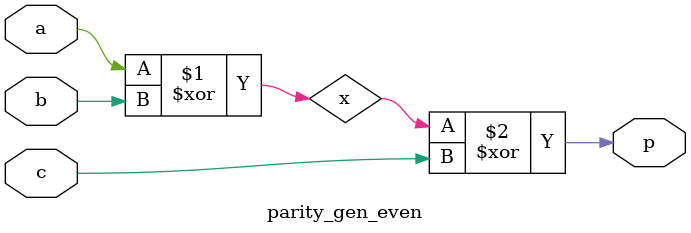
<source format=v>
module parity_gen_even
  ( input a,b,c,
   output p);
  wire x;
  xor (x,a,b);
  xor (p,x,c);
endmodule

</source>
